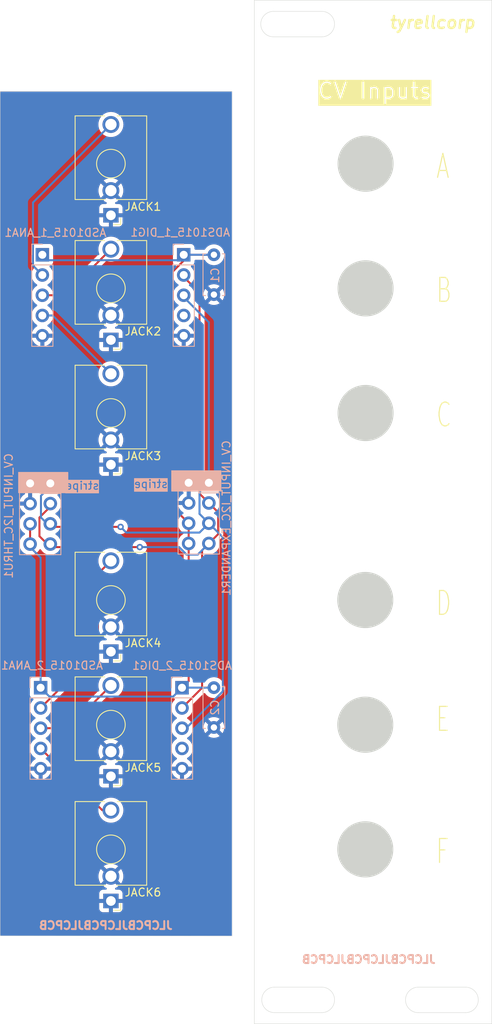
<source format=kicad_pcb>
(kicad_pcb (version 20221018) (generator pcbnew)
  (layers (0 "F.Cu" signal) (31 "B.Cu" signal) (34 "B.Paste" user) (35 "F.Paste" user) (36 "B.SilkS" user "B.Silkscreen") (37 "F.SilkS" user "F.Silkscreen") (38 "B.Mask" user) (39 "F.Mask" user) (44 "Edge.Cuts" user))
  (net 0 "")
  (net 1 "+5V")
  (net 2 "i2c SDA")
  (net 3 "i2c SCL")
  (net 4 "ADS 1 Interrupt")
  (net 5 "A3 input Frontboard")
  (net 6 "A4 input Frontboard")
  (net 7 "A5 input Frontboard")
  (net 8 "CV GND")
  (net 9 "A0 input Frontboard")
  (net 10 "A1 input Frontboard")
  (net 11 "A2 input Frontboard")
  (net 12 "ADS 2 Interrupt")
  (footprint "Connector_Audio:Jack_3.5mm_QingPu_WQP-PJ398SM_Vertical_CircularHoles" (layer "F.Cu") (at 129.3876 143.8926 180)
    (fp_text reference "JACK6" (at -4.03 1.08) (layer "F.SilkS"))
    (fp_text value "AudioJack2_SwitchT")
    (fp_line (start -4.5 1.98) (end -4.5 12.48) (stroke (width 0.12)) (layer "F.SilkS"))
    (fp_line (start -1.23 -1.17) (end -1.23 -0.37) (stroke (width 0.12)) (layer "F.SilkS"))
    (fp_line (start -1.23 -1.17) (end -0.37 -1.17) (stroke (width 0.12)) (layer "F.SilkS"))
    (fp_line (start -0.8 12.48) (end -4.5 12.48) (stroke (width 0.12)) (layer "F.SilkS"))
    (fp_line (start -0.72 1.98) (end -4.5 1.98) (stroke (width 0.12)) (layer "F.SilkS"))
    (fp_line (start 4.5 1.98) (end 0.72 1.98) (stroke (width 0.12)) (layer "F.SilkS"))
    (fp_line (start 4.5 1.98) (end 4.5 12.48) (stroke (width 0.12)) (layer "F.SilkS"))
    (fp_line (start 4.5 12.48) (end 0.8 12.48) (stroke (width 0.12)) (layer "F.SilkS"))
    (fp_circle (center 0 6.48) (end 1.8 6.48) (stroke (width 0.12)) (fill none) (layer "F.SilkS"))
    (pad "S" thru_hole rect (at 0 0) (size 1.93 1.83) (drill 1.22) (layers "*.Cu" "*.Mask") (net 8 "CV GND"))
    (pad "T" thru_hole circle (at 0 11.4) (size 2.13 2.13) (drill 1.43) (layers "*.Cu" "*.Mask") (net 7 "A5 input Frontboard"))
    (pad "TN" thru_hole circle (at 0 3.1) (size 2.13 2.13) (drill 1.42) (layers "*.Cu" "*.Mask") (net 8 "CV GND"))
    (zone (net 0) (net_name "") (layer "F.Cu") (connect_pads (clearance 0)) (min_thickness 0.254)
      (keepout (tracks not_allowed) (vias not_allowed) (pads not_allowed) (copperpour not_allowed) (footprints not_allowed))
      (fill (thermal_gap 0.508) (thermal_bridge_width 0.508))
      (polygon (pts (xy 127.882459 137.4126) (xy 127.90267 137.658429) (xy 127.962759 137.897655) (xy 128.061114 138.123856) (xy 128.195092 138.330955) (xy 128.361096 138.51339) (xy 128.554668 138.666264) (xy 128.770608 138.785469) (xy 129.003118 138.867806) (xy 129.245954 138.911061) (xy 129.492593 138.914075) (xy 129.736413 138.876765) (xy 129.970866 138.800134) (xy 130.189654 138.68624) (xy 130.386903 138.538142) (xy 130.557314 138.359816) (xy 130.696312 138.156052) (xy 130.800164 137.932322) (xy 130.866081 137.694635) (xy 130.892292 137.449374) (xy 130.878093 137.203125) (xy 130.823866 136.962501) (xy 130.731068 136.733966) (xy 130.602189 136.523655) (xy 130.440692 136.337218) (xy 130.250913 136.179661) (xy 130.03795 136.055215) (xy 129.807521 135.967223) (xy 129.565815 135.918047) (xy 129.319322 135.909008) (xy 129.074664 135.94035) (xy 128.838409 136.01123) (xy 128.616903 136.119744) (xy 128.416095 136.262979) (xy 128.241377 136.437088) (xy 128.097442 136.637395) (xy 127.988155 136.858521) (xy 127.916451 137.094526) (xy 127.884256 137.339074)))
    )
  )
  (footprint "Connector_Audio:Jack_3.5mm_QingPu_WQP-PJ398SM_Vertical_CircularHoles" (layer "F.Cu") (at 129.3876 73.463019 180)
    (fp_text reference "JACK2" (at -4.03 1.08) (layer "F.SilkS"))
    (fp_text value "AudioJack2_SwitchT")
    (fp_line (start -4.5 1.98) (end -4.5 12.48) (stroke (width 0.12)) (layer "F.SilkS"))
    (fp_line (start -1.23 -1.17) (end -1.23 -0.37) (stroke (width 0.12)) (layer "F.SilkS"))
    (fp_line (start -1.23 -1.17) (end -0.37 -1.17) (stroke (width 0.12)) (layer "F.SilkS"))
    (fp_line (start -0.8 12.48) (end -4.5 12.48) (stroke (width 0.12)) (layer "F.SilkS"))
    (fp_line (start -0.72 1.98) (end -4.5 1.98) (stroke (width 0.12)) (layer "F.SilkS"))
    (fp_line (start 4.5 1.98) (end 0.72 1.98) (stroke (width 0.12)) (layer "F.SilkS"))
    (fp_line (start 4.5 1.98) (end 4.5 12.48) (stroke (width 0.12)) (layer "F.SilkS"))
    (fp_line (start 4.5 12.48) (end 0.8 12.48) (stroke (width 0.12)) (layer "F.SilkS"))
    (fp_circle (center 0 6.48) (end 1.8 6.48) (stroke (width 0.12)) (fill none) (layer "F.SilkS"))
    (pad "S" thru_hole rect (at 0 0) (size 1.93 1.83) (drill 1.22) (layers "*.Cu" "*.Mask") (net 8 "CV GND"))
    (pad "T" thru_hole circle (at 0 11.4) (size 2.13 2.13) (drill 1.43) (layers "*.Cu" "*.Mask") (net 10 "A1 input Frontboard"))
    (pad "TN" thru_hole circle (at 0 3.1) (size 2.13 2.13) (drill 1.42) (layers "*.Cu" "*.Mask") (net 8 "CV GND"))
    (zone (net 0) (net_name "") (layer "F.Cu") (connect_pads (clearance 0)) (min_thickness 0.254)
      (keepout (tracks not_allowed) (vias not_allowed) (pads not_allowed) (copperpour not_allowed) (footprints not_allowed))
      (fill (thermal_gap 0.508) (thermal_bridge_width 0.508))
      (polygon (pts (xy 127.882459 66.983019) (xy 127.90267 67.228848) (xy 127.962759 67.468074) (xy 128.061114 67.694275) (xy 128.195092 67.901374) (xy 128.361096 68.083809) (xy 128.554668 68.236683) (xy 128.770608 68.355888) (xy 129.003118 68.438225) (xy 129.245954 68.48148) (xy 129.492593 68.484494) (xy 129.736413 68.447184) (xy 129.970866 68.370553) (xy 130.189654 68.256659) (xy 130.386903 68.108561) (xy 130.557314 67.930235) (xy 130.696312 67.726471) (xy 130.800164 67.502741) (xy 130.866081 67.265054) (xy 130.892292 67.019793) (xy 130.878093 66.773544) (xy 130.823866 66.53292) (xy 130.731068 66.304385) (xy 130.602189 66.094074) (xy 130.440692 65.907637) (xy 130.250913 65.75008) (xy 130.03795 65.625634) (xy 129.807521 65.537642) (xy 129.565815 65.488466) (xy 129.319322 65.479427) (xy 129.074664 65.510769) (xy 128.838409 65.581649) (xy 128.616903 65.690163) (xy 128.416095 65.833398) (xy 128.241377 66.007507) (xy 128.097442 66.207814) (xy 127.988155 66.42894) (xy 127.916451 66.664945) (xy 127.884256 66.909493)))
    )
  )
  (footprint "Connector_Audio:Jack_3.5mm_QingPu_WQP-PJ398SM_Vertical_CircularHoles" (layer "F.Cu") (at 129.3876 128.241582 180)
    (fp_text reference "JACK5" (at -4.03 1.08) (layer "F.SilkS"))
    (fp_text value "AudioJack2_SwitchT")
    (fp_line (start -4.5 1.98) (end -4.5 12.48) (stroke (width 0.12)) (layer "F.SilkS"))
    (fp_line (start -1.23 -1.17) (end -1.23 -0.37) (stroke (width 0.12)) (layer "F.SilkS"))
    (fp_line (start -1.23 -1.17) (end -0.37 -1.17) (stroke (width 0.12)) (layer "F.SilkS"))
    (fp_line (start -0.8 12.48) (end -4.5 12.48) (stroke (width 0.12)) (layer "F.SilkS"))
    (fp_line (start -0.72 1.98) (end -4.5 1.98) (stroke (width 0.12)) (layer "F.SilkS"))
    (fp_line (start 4.5 1.98) (end 0.72 1.98) (stroke (width 0.12)) (layer "F.SilkS"))
    (fp_line (start 4.5 1.98) (end 4.5 12.48) (stroke (width 0.12)) (layer "F.SilkS"))
    (fp_line (start 4.5 12.48) (end 0.8 12.48) (stroke (width 0.12)) (layer "F.SilkS"))
    (fp_circle (center 0 6.48) (end 1.8 6.48) (stroke (width 0.12)) (fill none) (layer "F.SilkS"))
    (pad "S" thru_hole rect (at 0 0) (size 1.93 1.83) (drill 1.22) (layers "*.Cu" "*.Mask") (net 8 "CV GND"))
    (pad "T" thru_hole circle (at 0 11.4) (size 2.13 2.13) (drill 1.43) (layers "*.Cu" "*.Mask") (net 6 "A4 input Frontboard"))
    (pad "TN" thru_hole circle (at 0 3.1) (size 2.13 2.13) (drill 1.42) (layers "*.Cu" "*.Mask") (net 8 "CV GND"))
    (zone (net 0) (net_name "") (layer "F.Cu") (connect_pads (clearance 0)) (min_thickness 0.254)
      (keepout (tracks not_allowed) (vias not_allowed) (pads not_allowed) (copperpour not_allowed) (footprints not_allowed))
      (fill (thermal_gap 0.508) (thermal_bridge_width 0.508))
      (polygon (pts (xy 127.882459 121.761582) (xy 127.90267 122.007411) (xy 127.962759 122.246637) (xy 128.061114 122.472838) (xy 128.195092 122.679937) (xy 128.361096 122.862372) (xy 128.554668 123.015246) (xy 128.770608 123.134451) (xy 129.003118 123.216788) (xy 129.245954 123.260043) (xy 129.492593 123.263057) (xy 129.736413 123.225747) (xy 129.970866 123.149116) (xy 130.189654 123.035222) (xy 130.386903 122.887124) (xy 130.557314 122.708798) (xy 130.696312 122.505034) (xy 130.800164 122.281304) (xy 130.866081 122.043617) (xy 130.892292 121.798356) (xy 130.878093 121.552107) (xy 130.823866 121.311483) (xy 130.731068 121.082948) (xy 130.602189 120.872637) (xy 130.440692 120.6862) (xy 130.250913 120.528643) (xy 130.03795 120.404197) (xy 129.807521 120.316205) (xy 129.565815 120.267029) (xy 129.319322 120.25799) (xy 129.074664 120.289332) (xy 128.838409 120.360212) (xy 128.616903 120.468726) (xy 128.416095 120.611961) (xy 128.241377 120.78607) (xy 128.097442 120.986377) (xy 127.988155 121.207503) (xy 127.916451 121.443508) (xy 127.884256 121.688056)))
    )
  )
  (footprint "Connector_Audio:Jack_3.5mm_QingPu_WQP-PJ398SM_Vertical_CircularHoles" (layer "F.Cu") (at 129.3876 89.114037 180)
    (fp_text reference "JACK3" (at -4.03 1.08) (layer "F.SilkS"))
    (fp_text value "AudioJack2_SwitchT")
    (fp_line (start -4.5 1.98) (end -4.5 12.48) (stroke (width 0.12)) (layer "F.SilkS"))
    (fp_line (start -1.23 -1.17) (end -1.23 -0.37) (stroke (width 0.12)) (layer "F.SilkS"))
    (fp_line (start -1.23 -1.17) (end -0.37 -1.17) (stroke (width 0.12)) (layer "F.SilkS"))
    (fp_line (start -0.8 12.48) (end -4.5 12.48) (stroke (width 0.12)) (layer "F.SilkS"))
    (fp_line (start -0.72 1.98) (end -4.5 1.98) (stroke (width 0.12)) (layer "F.SilkS"))
    (fp_line (start 4.5 1.98) (end 0.72 1.98) (stroke (width 0.12)) (layer "F.SilkS"))
    (fp_line (start 4.5 1.98) (end 4.5 12.48) (stroke (width 0.12)) (layer "F.SilkS"))
    (fp_line (start 4.5 12.48) (end 0.8 12.48) (stroke (width 0.12)) (layer "F.SilkS"))
    (fp_circle (center 0 6.48) (end 1.8 6.48) (stroke (width 0.12)) (fill none) (layer "F.SilkS"))
    (pad "S" thru_hole rect (at 0 0) (size 1.93 1.83) (drill 1.22) (layers "*.Cu" "*.Mask") (net 8 "CV GND"))
    (pad "T" thru_hole circle (at 0 11.4) (size 2.13 2.13) (drill 1.43) (layers "*.Cu" "*.Mask") (net 11 "A2 input Frontboard"))
    (pad "TN" thru_hole circle (at 0 3.1) (size 2.13 2.13) (drill 1.42) (layers "*.Cu" "*.Mask") (net 8 "CV GND"))
    (zone (net 0) (net_name "") (layer "F.Cu") (connect_pads (clearance 0)) (min_thickness 0.254)
      (keepout (tracks not_allowed) (vias not_allowed) (pads not_allowed) (copperpour not_allowed) (footprints not_allowed))
      (fill (thermal_gap 0.508) (thermal_bridge_width 0.508))
      (polygon (pts (xy 127.882459 82.634037) (xy 127.90267 82.879866) (xy 127.962759 83.119092) (xy 128.061114 83.345293) (xy 128.195092 83.552392) (xy 128.361096 83.734827) (xy 128.554668 83.887701) (xy 128.770608 84.006906) (xy 129.003118 84.089243) (xy 129.245954 84.132498) (xy 129.492593 84.135512) (xy 129.736413 84.098202) (xy 129.970866 84.021571) (xy 130.189654 83.907677) (xy 130.386903 83.759579) (xy 130.557314 83.581253) (xy 130.696312 83.377489) (xy 130.800164 83.153759) (xy 130.866081 82.916072) (xy 130.892292 82.670811) (xy 130.878093 82.424562) (xy 130.823866 82.183938) (xy 130.731068 81.955403) (xy 130.602189 81.745092) (xy 130.440692 81.558655) (xy 130.250913 81.401098) (xy 130.03795 81.276652) (xy 129.807521 81.18866) (xy 129.565815 81.139484) (xy 129.319322 81.130445) (xy 129.074664 81.161787) (xy 128.838409 81.232667) (xy 128.616903 81.341181) (xy 128.416095 81.484416) (xy 128.241377 81.658525) (xy 128.097442 81.858832) (xy 127.988155 82.079958) (xy 127.916451 82.315963) (xy 127.884256 82.560511)))
    )
  )
  (footprint "Connector_Audio:Jack_3.5mm_QingPu_WQP-PJ398SM_Vertical_CircularHoles" (layer "F.Cu") (at 129.3876 57.812001 180)
    (fp_text reference "JACK1" (at -4.03 1.08) (layer "F.SilkS"))
    (fp_text value "AudioJack2_SwitchT")
    (fp_line (start -4.5 1.98) (end -4.5 12.48) (stroke (width 0.12)) (layer "F.SilkS"))
    (fp_line (start -1.23 -1.17) (end -1.23 -0.37) (stroke (width 0.12)) (layer "F.SilkS"))
    (fp_line (start -1.23 -1.17) (end -0.37 -1.17) (stroke (width 0.12)) (layer "F.SilkS"))
    (fp_line (start -0.8 12.48) (end -4.5 12.48) (stroke (width 0.12)) (layer "F.SilkS"))
    (fp_line (start -0.72 1.98) (end -4.5 1.98) (stroke (width 0.12)) (layer "F.SilkS"))
    (fp_line (start 4.5 1.98) (end 0.72 1.98) (stroke (width 0.12)) (layer "F.SilkS"))
    (fp_line (start 4.5 1.98) (end 4.5 12.48) (stroke (width 0.12)) (layer "F.SilkS"))
    (fp_line (start 4.5 12.48) (end 0.8 12.48) (stroke (width 0.12)) (layer "F.SilkS"))
    (fp_circle (center 0 6.48) (end 1.8 6.48) (stroke (width 0.12)) (fill none) (layer "F.SilkS"))
    (pad "S" thru_hole rect (at 0 0) (size 1.93 1.83) (drill 1.22) (layers "*.Cu" "*.Mask") (net 8 "CV GND"))
    (pad "T" thru_hole circle (at 0 11.4) (size 2.13 2.13) (drill 1.43) (layers "*.Cu" "*.Mask") (net 9 "A0 input Frontboard"))
    (pad "TN" thru_hole circle (at 0 3.1) (size 2.13 2.13) (drill 1.42) (layers "*.Cu" "*.Mask") (net 8 "CV GND"))
    (zone (net 0) (net_name "") (layer "F.Cu") (connect_pads (clearance 0)) (min_thickness 0.254)
      (keepout (tracks not_allowed) (vias not_allowed) (pads not_allowed) (copperpour not_allowed) (footprints not_allowed))
      (fill (thermal_gap 0.508) (thermal_bridge_width 0.508))
      (polygon (pts (xy 127.882459 51.332001) (xy 127.90267 51.57783) (xy 127.962759 51.817056) (xy 128.061114 52.043257) (xy 128.195092 52.250356) (xy 128.361096 52.432791) (xy 128.554668 52.585665) (xy 128.770608 52.70487) (xy 129.003118 52.787207) (xy 129.245954 52.830462) (xy 129.492593 52.833476) (xy 129.736413 52.796166) (xy 129.970866 52.719535) (xy 130.189654 52.605641) (xy 130.386903 52.457543) (xy 130.557314 52.279217) (xy 130.696312 52.075453) (xy 130.800164 51.851723) (xy 130.866081 51.614036) (xy 130.892292 51.368775) (xy 130.878093 51.122526) (xy 130.823866 50.881902) (xy 130.731068 50.653367) (xy 130.602189 50.443056) (xy 130.440692 50.256619) (xy 130.250913 50.099062) (xy 130.03795 49.974616) (xy 129.807521 49.886624) (xy 129.565815 49.837448) (xy 129.319322 49.828409) (xy 129.074664 49.859751) (xy 128.838409 49.930631) (xy 128.616903 50.039145) (xy 128.416095 50.18238) (xy 128.241377 50.356489) (xy 128.097442 50.556796) (xy 127.988155 50.777922) (xy 127.916451 51.013927) (xy 127.884256 51.258475)))
    )
  )
  (footprint "Connector_Audio:Jack_3.5mm_QingPu_WQP-PJ398SM_Vertical_CircularHoles" (layer "F.Cu") (at 129.3876 112.590564 180)
    (fp_text reference "JACK4" (at -4.03 1.08) (layer "F.SilkS"))
    (fp_text value "AudioJack2_SwitchT")
    (fp_line (start -4.5 1.98) (end -4.5 12.48) (stroke (width 0.12)) (layer "F.SilkS"))
    (fp_line (start -1.23 -1.17) (end -1.23 -0.37) (stroke (width 0.12)) (layer "F.SilkS"))
    (fp_line (start -1.23 -1.17) (end -0.37 -1.17) (stroke (width 0.12)) (layer "F.SilkS"))
    (fp_line (start -0.8 12.48) (end -4.5 12.48) (stroke (width 0.12)) (layer "F.SilkS"))
    (fp_line (start -0.72 1.98) (end -4.5 1.98) (stroke (width 0.12)) (layer "F.SilkS"))
    (fp_line (start 4.5 1.98) (end 0.72 1.98) (stroke (width 0.12)) (layer "F.SilkS"))
    (fp_line (start 4.5 1.98) (end 4.5 12.48) (stroke (width 0.12)) (layer "F.SilkS"))
    (fp_line (start 4.5 12.48) (end 0.8 12.48) (stroke (width 0.12)) (layer "F.SilkS"))
    (fp_circle (center 0 6.48) (end 1.8 6.48) (stroke (width 0.12)) (fill none) (layer "F.SilkS"))
    (pad "S" thru_hole rect (at 0 0) (size 1.93 1.83) (drill 1.22) (layers "*.Cu" "*.Mask") (net 8 "CV GND"))
    (pad "T" thru_hole circle (at 0 11.4) (size 2.13 2.13) (drill 1.43) (layers "*.Cu" "*.Mask") (net 5 "A3 input Frontboard"))
    (pad "TN" thru_hole circle (at 0 3.1) (size 2.13 2.13) (drill 1.42) (layers "*.Cu" "*.Mask") (net 8 "CV GND"))
    (zone (net 0) (net_name "") (layer "F.Cu") (connect_pads (clearance 0)) (min_thickness 0.254)
      (keepout (tracks not_allowed) (vias not_allowed) (pads not_allowed) (copperpour not_allowed) (footprints not_allowed))
      (fill (thermal_gap 0.508) (thermal_bridge_width 0.508))
      (polygon (pts (xy 127.882459 106.110564) (xy 127.90267 106.356393) (xy 127.962759 106.595619) (xy 128.061114 106.82182) (xy 128.195092 107.028919) (xy 128.361096 107.211354) (xy 128.554668 107.364228) (xy 128.770608 107.483433) (xy 129.003118 107.56577) (xy 129.245954 107.609025) (xy 129.492593 107.612039) (xy 129.736413 107.574729) (xy 129.970866 107.498098) (xy 130.189654 107.384204) (xy 130.386903 107.236106) (xy 130.557314 107.05778) (xy 130.696312 106.854016) (xy 130.800164 106.630286) (xy 130.866081 106.392599) (xy 130.892292 106.147338) (xy 130.878093 105.901089) (xy 130.823866 105.660465) (xy 130.731068 105.43193) (xy 130.602189 105.221619) (xy 130.440692 105.035182) (xy 130.250913 104.877625) (xy 130.03795 104.753179) (xy 129.807521 104.665187) (xy 129.565815 104.616011) (xy 129.319322 104.606972) (xy 129.074664 104.638314) (xy 128.838409 104.709194) (xy 128.616903 104.817708) (xy 128.416095 104.960943) (xy 128.241377 105.135052) (xy 128.097442 105.335359) (xy 127.988155 105.556485) (xy 127.916451 105.79249) (xy 127.884256 106.037038)))
    )
  )
  (footprint "Connector_PinSocket_2.54mm:PinSocket_1x05_P2.54mm_Vertical" (layer "B.Cu") (at 120.767058 62.7696 180)
    (fp_text reference "ASD1015_1_ANA1" (at -1.635542 2.7732) (layer "B.SilkS") (effects (justify mirror)))
    (fp_text value "ADS1015 analog side")
    (fp_line (start -1.33 -11.49) (end 1.33 -11.49) (stroke (width 0.12)) (layer "B.SilkS"))
    (fp_line (start -1.33 -1.27) (end -1.33 -11.49) (stroke (width 0.12)) (layer "B.SilkS"))
    (fp_line (start -1.33 -1.27) (end 1.33 -1.27) (stroke (width 0.12)) (layer "B.SilkS"))
    (fp_line (start 0 1.33) (end 1.33 1.33) (stroke (width 0.12)) (layer "B.SilkS"))
    (fp_line (start 1.33 -1.27) (end 1.33 -11.49) (stroke (width 0.12)) (layer "B.SilkS"))
    (fp_line (start 1.33 1.33) (end 1.33 0) (stroke (width 0.12)) (layer "B.SilkS"))
    (pad "1" thru_hole rect (at 0 0 180) (size 1.7 1.7) (drill 1) (layers "*.Cu" "*.Mask") (net 1 "+5V"))
    (pad "2" thru_hole oval (at 0 -2.54 180) (size 1.7 1.7) (drill 1) (layers "*.Cu" "*.Mask") (net 9 "A0 input Frontboard"))
    (pad "3" thru_hole oval (at 0 -5.08 180) (size 1.7 1.7) (drill 1) (layers "*.Cu" "*.Mask") (net 10 "A1 input Frontboard"))
    (pad "4" thru_hole oval (at 0 -7.62 180) (size 1.7 1.7) (drill 1) (layers "*.Cu" "*.Mask") (net 11 "A2 input Frontboard"))
    (pad "5" thru_hole oval (at 0 -10.16 180) (size 1.7 1.7) (drill 1) (layers "*.Cu" "*.Mask") (net 8 "CV GND"))
  )
  (footprint "Connector_PinSocket_2.54mm:PinSocket_1x05_P2.54mm_Vertical" (layer "B.Cu") (at 138.547058 62.7696 180)
    (fp_text reference "ADS1015_1_DIG1" (at 0.447258 2.8002) (layer "B.SilkS") (effects (justify mirror)))
    (fp_text value "ADS1015 digital side")
    (fp_line (start -1.33 -11.49) (end 1.33 -11.49) (stroke (width 0.12)) (layer "B.SilkS"))
    (fp_line (start -1.33 -1.27) (end -1.33 -11.49) (stroke (width 0.12)) (layer "B.SilkS"))
    (fp_line (start -1.33 -1.27) (end 1.33 -1.27) (stroke (width 0.12)) (layer "B.SilkS"))
    (fp_line (start 0 1.33) (end 1.33 1.33) (stroke (width 0.12)) (layer "B.SilkS"))
    (fp_line (start 1.33 -1.27) (end 1.33 -11.49) (stroke (width 0.12)) (layer "B.SilkS"))
    (fp_line (start 1.33 1.33) (end 1.33 0) (stroke (width 0.12)) (layer "B.SilkS"))
    (pad "1" thru_hole rect (at 0 0 180) (size 1.7 1.7) (drill 1) (layers "*.Cu" "*.Mask") (net 1 "+5V"))
    (pad "2" thru_hole oval (at 0 -2.54 180) (size 1.7 1.7) (drill 1) (layers "*.Cu" "*.Mask") (net 2 "i2c SDA"))
    (pad "3" thru_hole oval (at 0 -5.08 180) (size 1.7 1.7) (drill 1) (layers "*.Cu" "*.Mask") (net 3 "i2c SCL"))
    (pad "4" thru_hole oval (at 0 -7.62 180) (size 1.7 1.7) (drill 1) (layers "*.Cu" "*.Mask") (net 4 "ADS 1 Interrupt"))
    (pad "5" thru_hole oval (at 0 -10.16 180) (size 1.7 1.7) (drill 1) (layers "*.Cu" "*.Mask") (net 8 "CV GND"))
  )
  (footprint "Connector_PinHeader_2.54mm:PinHeader_2x04_P2.54mm_Vertical" (layer "B.Cu") (at 121.7676 91.4654 180)
    (fp_text reference "CV_INPUT_I2C_THRU1" (at 5.2324 -4.0894 90) (layer "B.SilkS") (effects (justify mirror)))
    (fp_text value "8 pin header")
    (fp_line (start -1.33 -8.95) (end 3.87 -8.95) (stroke (width 0.12)) (layer "B.SilkS"))
    (fp_line (start -1.33 -1.27) (end -1.33 -8.95) (stroke (width 0.12)) (layer "B.SilkS"))
    (fp_line (start -1.33 -1.27) (end 1.27 -1.27) (stroke (width 0.12)) (layer "B.SilkS"))
    (fp_line (start -1.33 0) (end -1.33 1.33) (stroke (width 0.12)) (layer "B.SilkS"))
    (fp_line (start -1.33 1.33) (end 0 1.33) (stroke (width 0.12)) (layer "B.SilkS"))
    (fp_line (start 1.27 -1.27) (end 1.27 1.33) (stroke (width 0.12)) (layer "B.SilkS"))
    (fp_line (start 1.27 1.33) (end 3.87 1.33) (stroke (width 0.12)) (layer "B.SilkS"))
    (fp_line (start 3.87 1.33) (end 3.87 -8.95) (stroke (width 0.12)) (layer "B.SilkS"))
    (pad "1" thru_hole rect (at 0 0 180) (size 1.7 1.7) (drill 1) (layers "*.Cu" "*.Mask") (net 3 "i2c SCL"))
    (pad "2" thru_hole oval (at 2.54 0 180) (size 1.7 1.7) (drill 1) (layers "*.Cu" "*.Mask") (net 8 "CV GND"))
    (pad "3" thru_hole oval (at 0 -2.54 180) (size 1.7 1.7) (drill 1) (layers "*.Cu" "*.Mask") (net 2 "i2c SDA"))
    (pad "4" thru_hole oval (at 2.54 -2.54 180) (size 1.7 1.7) (drill 1) (layers "*.Cu" "*.Mask") (net 8 "CV GND"))
    (pad "5" thru_hole oval (at 0 -5.08 180) (size 1.7 1.7) (drill 1) (layers "*.Cu" "*.Mask") (net 3 "i2c SCL"))
    (pad "6" thru_hole oval (at 2.54 -5.08 180) (size 1.7 1.7) (drill 1) (layers "*.Cu" "*.Mask") (net 1 "+5V"))
    (pad "7" thru_hole oval (at 0 -7.62 180) (size 1.7 1.7) (drill 1) (layers "*.Cu" "*.Mask") (net 2 "i2c SDA"))
    (pad "8" thru_hole oval (at 2.54 -7.62 180) (size 1.7 1.7) (drill 1) (layers "*.Cu" "*.Mask") (net 1 "+5V"))
  )
  (footprint "Capacitor_THT:C_Disc_D5.0mm_W2.5mm_P5.00mm" (layer "B.Cu") (at 142.3416 122.1086 90)
    (fp_text reference "C2" (at 2.5 0.127 90) (layer "B.SilkS") (effects (justify mirror)))
    (fp_text value "100n")
    (fp_line (start -0.12 -1.37) (end 5.12 -1.37) (stroke (width 0.12)) (layer "B.SilkS"))
    (fp_line (start -0.12 -1.055) (end -0.12 -1.37) (stroke (width 0.12)) (layer "B.SilkS"))
    (fp_line (start -0.12 1.37) (end -0.12 1.055) (stroke (width 0.12)) (layer "B.SilkS"))
    (fp_line (start -0.12 1.37) (end 5.12 1.37) (stroke (width 0.12)) (layer "B.SilkS"))
    (fp_line (start 5.12 -1.055) (end 5.12 -1.37) (stroke (width 0.12)) (layer "B.SilkS"))
    (fp_line (start 5.12 1.37) (end 5.12 1.055) (stroke (width 0.12)) (layer "B.SilkS"))
    (pad "1" thru_hole circle (at 0 0 90) (size 1.6 1.6) (drill 0.8) (layers "*.Cu" "*.Mask") (net 8 "CV GND"))
    (pad "2" thru_hole circle (at 5 0 90) (size 1.6 1.6) (drill 0.8) (layers "*.Cu" "*.Mask") (net 1 "+5V"))
  )
  (footprint "Capacitor_THT:C_Disc_D5.0mm_W2.5mm_P5.00mm" (layer "B.Cu") (at 142.3416 67.7672 90)
    (fp_text reference "C1" (at 2.413 0.1524 90) (layer "B.SilkS") (effects (justify mirror)))
    (fp_text value "100n")
    (fp_line (start -0.12 -1.37) (end 5.12 -1.37) (stroke (width 0.12)) (layer "B.SilkS"))
    (fp_line (start -0.12 -1.055) (end -0.12 -1.37) (stroke (width 0.12)) (layer "B.SilkS"))
    (fp_line (start -0.12 1.37) (end -0.12 1.055) (stroke (width 0.12)) (layer "B.SilkS"))
    (fp_line (start -0.12 1.37) (end 5.12 1.37) (stroke (width 0.12)) (layer "B.SilkS"))
    (fp_line (start 5.12 -1.055) (end 5.12 -1.37) (stroke (width 0.12)) (layer "B.SilkS"))
    (fp_line (start 5.12 1.37) (end 5.12 1.055) (stroke (width 0.12)) (layer "B.SilkS"))
    (pad "1" thru_hole circle (at 0 0 90) (size 1.6 1.6) (drill 0.8) (layers "*.Cu" "*.Mask") (net 8 "CV GND"))
    (pad "2" thru_hole circle (at 5 0 90) (size 1.6 1.6) (drill 0.8) (layers "*.Cu" "*.Mask") (net 1 "+5V"))
  )
  (footprint "Connector_PinSocket_2.54mm:PinSocket_1x05_P2.54mm_Vertical" (layer "B.Cu") (at 120.5488 117.1224 180)
    (fp_text reference "ASD1015_2_ANA1" (at -1.422 2.797) (layer "B.SilkS") (effects (justify mirror)))
    (fp_text value "ADS1015 analog side")
    (fp_line (start -1.33 -11.49) (end 1.33 -11.49) (stroke (width 0.12)) (layer "B.SilkS"))
    (fp_line (start -1.33 -1.27) (end -1.33 -11.49) (stroke (width 0.12)) (layer "B.SilkS"))
    (fp_line (start -1.33 -1.27) (end 1.33 -1.27) (stroke (width 0.12)) (layer "B.SilkS"))
    (fp_line (start 0 1.33) (end 1.33 1.33) (stroke (width 0.12)) (layer "B.SilkS"))
    (fp_line (start 1.33 -1.27) (end 1.33 -11.49) (stroke (width 0.12)) (layer "B.SilkS"))
    (fp_line (start 1.33 1.33) (end 1.33 0) (stroke (width 0.12)) (layer "B.SilkS"))
    (pad "1" thru_hole rect (at 0 0 180) (size 1.7 1.7) (drill 1) (layers "*.Cu" "*.Mask") (net 1 "+5V"))
    (pad "2" thru_hole oval (at 0 -2.54 180) (size 1.7 1.7) (drill 1) (layers "*.Cu" "*.Mask") (net 5 "A3 input Frontboard"))
    (pad "3" thru_hole oval (at 0 -5.08 180) (size 1.7 1.7) (drill 1) (layers "*.Cu" "*.Mask") (net 6 "A4 input Frontboard"))
    (pad "4" thru_hole oval (at 0 -7.62 180) (size 1.7 1.7) (drill 1) (layers "*.Cu" "*.Mask") (net 7 "A5 input Frontboard"))
    (pad "5" thru_hole oval (at 0 -10.16 180) (size 1.7 1.7) (drill 1) (layers "*.Cu" "*.Mask") (net 8 "CV GND"))
  )
  (footprint "Connector_PinHeader_2.54mm:PinHeader_2x04_P2.54mm_Vertical" (layer "B.Cu") (at 141.7066 91.3892 180)
    (fp_text reference "CV_INPUT_I2C_EXPANDER1" (at -2.2098 -4.445 90) (layer "B.SilkS") (effects (justify mirror)))
    (fp_text value "8 pin header")
    (fp_line (start -1.33 -8.95) (end 3.87 -8.95) (stroke (width 0.12)) (layer "B.SilkS"))
    (fp_line (start -1.33 -1.27) (end -1.33 -8.95) (stroke (width 0.12)) (layer "B.SilkS"))
    (fp_line (start -1.33 -1.27) (end 1.27 -1.27) (stroke (width 0.12)) (layer "B.SilkS"))
    (fp_line (start -1.33 0) (end -1.33 1.33) (stroke (width 0.12)) (layer "B.SilkS"))
    (fp_line (start -1.33 1.33) (end 0 1.33) (stroke (width 0.12)) (layer "B.SilkS"))
    (fp_line (start 1.27 -1.27) (end 1.27 1.33) (stroke (width 0.12)) (layer "B.SilkS"))
    (fp_line (start 1.27 1.33) (end 3.87 1.33) (stroke (width 0.12)) (layer "B.SilkS"))
    (fp_line (start 3.87 1.33) (end 3.87 -8.95) (stroke (width 0.12)) (layer "B.SilkS"))
    (pad "1" thru_hole rect (at 0 0 180) (size 1.7 1.7) (drill 1) (layers "*.Cu" "*.Mask") (net 3 "i2c SCL"))
    (pad "2" thru_hole oval (at 2.54 0 180) (size 1.7 1.7) (drill 1) (layers "*.Cu" "*.Mask") (net 8 "CV GND"))
    (pad "3" thru_hole oval (at 0 -2.54 180) (size 1.7 1.7) (drill 1) (layers "*.Cu" "*.Mask") (net 2 "i2c SDA"))
    (pad "4" thru_hole oval (at 2.54 -2.54 180) (size 1.7 1.7) (drill 1) (layers "*.Cu" "*.Mask") (net 8 "CV GND"))
    (pad "5" thru_hole oval (at 0 -5.08 180) (size 1.7 1.7) (drill 1) (layers "*.Cu" "*.Mask") (net 3 "i2c SCL"))
    (pad "6" thru_hole oval (at 2.54 -5.08 180) (size 1.7 1.7) (drill 1) (layers "*.Cu" "*.Mask") (net 1 "+5V"))
    (pad "7" thru_hole oval (at 0 -7.62 180) (size 1.7 1.7) (drill 1) (layers "*.Cu" "*.Mask") (net 2 "i2c SDA"))
    (pad "8" thru_hole oval (at 2.54 -7.62 180) (size 1.7 1.7) (drill 1) (layers "*.Cu" "*.Mask") (net 1 "+5V"))
  )
  (footprint "Connector_PinSocket_2.54mm:PinSocket_1x05_P2.54mm_Vertical" (layer "B.Cu") (at 138.3288 117.1224 180)
    (fp_text reference "ADS1015_2_DIG1" (at 0 2.77) (layer "B.SilkS") (effects (justify mirror)))
    (fp_text value "ADS1015 digital side")
    (fp_line (start -1.33 -11.49) (end 1.33 -11.49) (stroke (width 0.12)) (layer "B.SilkS"))
    (fp_line (start -1.33 -1.27) (end -1.33 -11.49) (stroke (width 0.12)) (layer "B.SilkS"))
    (fp_line (start -1.33 -1.27) (end 1.33 -1.27) (stroke (width 0.12)) (layer "B.SilkS"))
    (fp_line (start 0 1.33) (end 1.33 1.33) (stroke (width 0.12)) (layer "B.SilkS"))
    (fp_line (start 1.33 -1.27) (end 1.33 -11.49) (stroke (width 0.12)) (layer "B.SilkS"))
    (fp_line (start 1.33 1.33) (end 1.33 0) (stroke (width 0.12)) (layer "B.SilkS"))
    (pad "1" thru_hole rect (at 0 0 180) (size 1.7 1.7) (drill 1) (layers "*.Cu" "*.Mask") (net 1 "+5V"))
    (pad "2" thru_hole oval (at 0 -2.54 180) (size 1.7 1.7) (drill 1) (layers "*.Cu" "*.Mask") (net 2 "i2c SDA"))
    (pad "3" thru_hole oval (at 0 -5.08 180) (size 1.7 1.7) (drill 1) (layers "*.Cu" "*.Mask") (net 3 "i2c SCL"))
    (pad "4" thru_hole oval (at 0 -7.62 180) (size 1.7 1.7) (drill 1) (layers "*.Cu" "*.Mask") (net 12 "ADS 2 Interrupt"))
    (pad "5" thru_hole oval (at 0 -10.16 180) (size 1.7 1.7) (drill 1) (layers "*.Cu" "*.Mask") (net 8 "CV GND"))
  )
  (gr_rect (start 117.7879 90.0938) (end 123.9693 92.6338) (stroke (width 0.12)) (fill solid) (layer "B.SilkS"))
  (gr_rect (start 137.0411 89.8906) (end 143.2225 92.4306) (stroke (width 0.12)) (fill solid) (layer "B.SilkS"))
  (gr_arc (start 149.9616 157.9088) (mid 148.3616 156.3088) (end 149.9616 154.7088) (stroke (width 0.05)) (layer "Edge.Cuts"))
  (gr_line (start 115.4684 148.2609) (end 115.4684 42.2656) (stroke (width 0.05)) (layer "Edge.Cuts"))
  (gr_arc (start 155.912 32.2088) (mid 157.512 33.8088) (end 155.912 35.4088) (stroke (width 0.05)) (layer "Edge.Cuts"))
  (gr_arc (start 149.8346 35.4088) (mid 148.2346 33.8088) (end 149.8346 32.2088) (stroke (width 0.05)) (layer "Edge.Cuts"))
  (gr_circle (center 161.4158 66.983028) (end 164.9158 66.983028) (stroke (width 0.05)) (fill solid) (layer "Edge.Cuts"))
  (gr_circle (center 161.379 106.1102) (end 164.879 106.1102) (stroke (width 0.05)) (fill solid) (layer "Edge.Cuts"))
  (gr_line (start 147.4258 159.3088) (end 147.4258 30.8088) (stroke (width 0.05)) (layer "Edge.Cuts"))
  (gr_line (start 144.6276 148.2852) (end 115.4684 148.2609) (stroke (width 0.05)) (layer "Edge.Cuts"))
  (gr_arc (start 155.912 154.7088) (mid 157.512 156.3088) (end 155.912 157.9088) (stroke (width 0.05)) (layer "Edge.Cuts"))
  (gr_line (start 149.9616 157.9088) (end 155.912 157.9088) (stroke (width 0.05)) (layer "Edge.Cuts"))
  (gr_line (start 177.292 30.8088) (end 147.4258 30.8088) (stroke (width 0.05)) (layer "Edge.Cuts"))
  (gr_circle (center 161.379 137.412456) (end 164.879 137.412456) (stroke (width 0.05)) (fill solid) (layer "Edge.Cuts"))
  (gr_arc (start 173.9902 154.7116) (mid 175.5902 156.3116) (end 173.9902 157.9116) (stroke (width 0.05)) (layer "Edge.Cuts"))
  (gr_line (start 177.292 159.3088) (end 147.4258 159.3088) (stroke (width 0.05)) (layer "Edge.Cuts"))
  (gr_line (start 168.0398 157.9116) (end 173.9902 157.9116) (stroke (width 0.05)) (layer "Edge.Cuts"))
  (gr_arc (start 168.0398 157.9116) (mid 166.4398 156.3116) (end 168.0398 154.7116) (stroke (width 0.05)) (layer "Edge.Cuts"))
  (gr_circle (center 161.379 121.761828) (end 164.879 121.761828) (stroke (width 0.05)) (fill solid) (layer "Edge.Cuts"))
  (gr_circle (center 161.4158 82.633856) (end 164.9158 82.633856) (stroke (width 0.05)) (fill solid) (layer "Edge.Cuts"))
  (gr_line (start 144.6276 42.2634) (end 115.4684 42.2656) (stroke (width 0.05)) (layer "Edge.Cuts"))
  (gr_line (start 149.8346 35.4088) (end 155.912 35.4088) (stroke (width 0.05)) (layer "Edge.Cuts"))
  (gr_line (start 155.912 32.2088) (end 149.8346 32.2088) (stroke (width 0.05)) (layer "Edge.Cuts"))
  (gr_circle (center 161.4158 51.3322) (end 164.9158 51.3322) (stroke (width 0.05)) (fill solid) (layer "Edge.Cuts"))
  (gr_line (start 144.6276 148.2852) (end 144.6276 42.2634) (stroke (width 0.05)) (layer "Edge.Cuts"))
  (gr_line (start 155.912 154.7088) (end 149.9616 154.7088) (stroke (width 0.05)) (layer "Edge.Cuts"))
  (gr_line (start 173.9902 154.7116) (end 168.0398 154.7116) (stroke (width 0.05)) (layer "Edge.Cuts"))
  (gr_line (start 177.292 159.3088) (end 177.292 30.8088) (stroke (width 0.05)) (layer "Edge.Cuts"))
  (gr_text "stripe" (at 136.6347 92.1258) (layer "B.SilkS" knockout) (effects (font (size 1 1)) (justify left bottom mirror)))
  (gr_text "JLCPCBJLCPCBJLCPCB" (at 170.3324 151.8158) (layer "B.SilkS") (effects (font (size 1 1) (thickness 0.25) bold) (justify left bottom mirror)))
  (gr_text "stripe" (at 127.9906 92.329) (layer "B.SilkS" knockout) (effects (font (size 1 1)) (justify left bottom mirror)))
  (gr_text "JLCPCBJLCPCBJLCPCB" (at 137.2616 147.5486) (layer "B.SilkS") (effects (font (size 1 1) (thickness 0.25) bold) (justify left bottom mirror)))
  (gr_text "D" (at 170.1432 108.280716) (layer "F.SilkS") (effects (font (size 3 2)) (justify left bottom)))
  (gr_text "F" (at 170.1432 139.423316) (layer "F.SilkS") (effects (font (size 3 2)) (justify left bottom)))
  (gr_text "B\n" (at 170.18 68.983) (layer "F.SilkS") (effects (font (size 3 2)) (justify left bottom)))
  (gr_text "CV Inputs" (at 155.2956 43.3578) (layer "F.SilkS" knockout) (effects (font (size 2 2)) (justify left bottom)))
  (gr_text "E" (at 170.1432 122.836516) (layer "F.SilkS") (effects (font (size 3 2)) (justify left bottom)))
  (gr_text "C" (at 170.18 84.6302) (layer "F.SilkS") (effects (font (size 3 2)) (justify left bottom)))
  (gr_text "tyrellcorp" (at 164.2618 34.4932) (layer "F.SilkS") (effects (font (size 1.5 1.5) (thickness 0.3) bold italic) (justify left bottom)))
  (gr_text "A" (at 170.18 53.4162) (layer "F.SilkS") (effects (font (size 3 2)) (justify left bottom)))
  (segment (start 137.1788 94.4814) (end 139.1666 96.4692) (width 0.25) (layer "F.Cu") (net 1))
  (segment (start 137.1788 64.867499) (end 137.1788 94.4814) (width 0.25) (layer "F.Cu") (net 1))
  (segment (start 139.1666 99.0092) (end 139.1666 116.2862) (width 0.25) (layer "F.Cu") (net 1))
  (segment (start 119.2276 96.9264) (end 119.2276 99.4664) (width 0.25) (layer "F.Cu") (net 1))
  (segment (start 139.1666 96.4692) (end 139.1666 99.0092) (width 0.25) (layer "F.Cu") (net 1))
  (segment (start 139.279099 62.7672) (end 137.1788 64.867499) (width 0.25) (layer "F.Cu") (net 1))
  (segment (start 142.3416 62.7672) (end 139.279099 62.7672) (width 0.25) (layer "F.Cu") (net 1))
  (segment (start 139.1666 116.2862) (end 138.3288 117.124) (width 0.25) (layer "F.Cu") (net 1))
  (segment (start 138.3288 117.124) (end 137.221218 118.231582) (width 0.25) (layer "B.Cu") (net 1))
  (segment (start 119.2276 99.4664) (end 120.5488 100.7876) (width 0.25) (layer "B.Cu") (net 1))
  (segment (start 137.221218 118.231582) (end 121.656382 118.231582) (width 0.25) (layer "B.Cu") (net 1))
  (segment (start 142.3416 117.1086) (end 138.3442 117.1086) (width 0.25) (layer "B.Cu") (net 1))
  (segment (start 138.3538 62.8142) (end 137.714981 63.453019) (width 0.25) (layer "B.Cu") (net 1))
  (segment (start 121.656382 118.231582) (end 120.5488 117.124) (width 0.25) (layer "B.Cu") (net 1))
  (segment (start 137.714981 63.453019) (end 121.212619 63.453019) (width 0.25) (layer "B.Cu") (net 1))
  (segment (start 142.3416 62.7672) (end 138.4008 62.7672) (width 0.25) (layer "B.Cu") (net 1))
  (segment (start 120.5488 100.7876) (end 120.5488 117.1224) (width 0.25) (layer "B.Cu") (net 1))
  (segment (start 141.7066 93.9292) (end 142.8816 95.1042) (width 0.25) (layer "F.Cu") (net 2))
  (segment (start 120.4026 98.1014) (end 121.7676 99.4664) (width 0.25) (layer "F.Cu") (net 2))
  (segment (start 120.4026 95.7514) (end 120.4026 98.1014) (width 0.25) (layer "F.Cu") (net 2))
  (segment (start 121.7676 94.3864) (end 120.4026 95.7514) (width 0.25) (layer "F.Cu") (net 2))
  (segment (start 121.7676 99.4664) (end 133.0198 99.4664) (width 0.25) (layer "F.Cu") (net 2))
  (segment (start 141.7066 99.0092) (end 140.8566 99.8592) (width 0.25) (layer "F.Cu") (net 2))
  (segment (start 140.8566 117.1362) (end 138.3288 119.664) (width 0.25) (layer "F.Cu") (net 2))
  (segment (start 140.8566 99.8592) (end 140.8566 117.1362) (width 0.25) (layer "F.Cu") (net 2))
  (segment (start 142.8816 95.1042) (end 142.8816 97.8342) (width 0.25) (layer "F.Cu") (net 2))
  (segment (start 140.5316 92.7542) (end 140.5316 67.532) (width 0.25) (layer "F.Cu") (net 2))
  (segment (start 140.5316 67.532) (end 138.3538 65.3542) (width 0.25) (layer "F.Cu") (net 2))
  (segment (start 142.8816 97.8342) (end 141.7066 99.0092) (width 0.25) (layer "F.Cu") (net 2))
  (segment (start 141.7066 93.9292) (end 140.5316 92.7542) (width 0.25) (layer "F.Cu") (net 2))
  (via (at 133.0198 99.4664) (size 0.8) (drill 0.4) (layers "F.Cu" "B.Cu") (net 2))
  (segment (start 138.901899 100.4062) (end 140.3096 100.4062) (width 0.25) (layer "B.Cu") (net 2))
  (segment (start 138.831049 100.335351) (end 138.901899 100.4062) (width 0.25) (layer "B.Cu") (net 2))
  (segment (start 137.962098 99.4664) (end 133.0198 99.4664) (width 0.25) (layer "B.Cu") (net 2))
  (segment (start 140.3096 100.4062) (end 141.7066 99.0092) (width 0.25) (layer "B.Cu") (net 2))
  (segment (start 137.962098 99.4664) (end 138.831049 100.335351) (width 0.25) (layer "B.Cu") (net 2))
  (segment (start 121.7676 96.9264) (end 130.6068 96.9264) (width 0.25) (layer "F.Cu") (net 3))
  (via (at 130.6068 96.9264) (size 0.8) (drill 0.4) (layers "F.Cu" "B.Cu") (net 3))
  (segment (start 131.3246 97.6442) (end 130.6068 96.9264) (width 0.25) (layer "B.Cu") (net 3))
  (segment (start 141.7066 96.4692) (end 140.5316 95.2942) (width 0.25) (layer "B.Cu") (net 3))
  (segment (start 120.5926 95.7514) (end 121.7676 96.9264) (width 0.25) (layer "B.Cu") (net 3))
  (segment (start 121.7676 91.8464) (end 120.5926 93.0214) (width 0.25) (layer "B.Cu") (net 3))
  (segment (start 141.7066 96.4692) (end 140.5316 97.6442) (width 0.25) (layer "B.Cu") (net 3))
  (segment (start 120.5926 93.0214) (end 120.5926 95.7514) (width 0.25) (layer "B.Cu") (net 3))
  (segment (start 138.3538 67.8942) (end 141.7066 71.247) (width 0.25) (layer "B.Cu") (net 3))
  (segment (start 140.5316 92.5642) (end 141.7066 91.3892) (width 0.25) (layer "B.Cu") (net 3))
  (segment (start 143.4666 117.574591) (end 143.4666 98.2292) (width 0.25) (layer "B.Cu") (net 3))
  (segment (start 141.7066 71.247) (end 141.7066 91.3892) (width 0.25) (layer "B.Cu") (net 3))
  (segment (start 140.5316 97.6442) (end 131.3246 97.6442) (width 0.25) (layer "B.Cu") (net 3))
  (segment (start 143.4666 98.2292) (end 141.7066 96.4692) (width 0.25) (layer "B.Cu") (net 3))
  (segment (start 140.5316 95.2942) (end 140.5316 92.5642) (width 0.25) (layer "B.Cu") (net 3))
  (segment (start 138.837191 122.204) (end 143.4666 117.574591) (width 0.25) (layer "B.Cu") (net 3))
  (segment (start 127.757459 102.820705) (end 127.757459 112.453741) (width 0.25) (layer "F.Cu") (net 5))
  (segment (start 129.3876 101.190564) (end 127.757459 102.820705) (width 0.25) (layer "F.Cu") (net 5))
  (segment (start 127.757459 112.453741) (end 120.5488 119.6624) (width 0.25) (layer "F.Cu") (net 5))
  (segment (start 124.026782 122.2024) (end 129.3876 116.841582) (width 0.25) (layer "F.Cu") (net 6))
  (segment (start 120.5488 122.2024) (end 124.026782 122.2024) (width 0.25) (layer "F.Cu") (net 6))
  (segment (start 128.299 132.4926) (end 129.3876 132.4926) (width 0.25) (layer "F.Cu") (net 7))
  (segment (start 120.5488 124.7424) (end 128.299 132.4926) (width 0.25) (layer "F.Cu") (net 7))
  (segment (start 119.592058 64.1346) (end 119.592058 56.207543) (width 0.25) (layer "B.Cu") (net 9))
  (segment (start 119.592058 56.207543) (end 129.3876 46.412001) (width 0.25) (layer "B.Cu") (net 9))
  (segment (start 120.767058 65.3096) (end 119.592058 64.1346) (width 0.25) (layer "B.Cu") (net 9))
  (segment (start 120.767058 67.8496) (end 123.601019 67.8496) (width 0.25) (layer "F.Cu") (net 10))
  (segment (start 123.601019 67.8496) (end 129.3876 62.063019) (width 0.25) (layer "F.Cu") (net 10))
  (segment (start 122.063163 70.3896) (end 129.3876 77.714037) (width 0.25) (layer "B.Cu") (net 11))
  (segment (start 120.767058 70.3896) (end 122.063163 70.3896) (width 0.25) (layer "B.Cu") (net 11))
  (zone (net 8) (net_name "CV GND") (layer "F.Cu") (connect_pads (clearance 0.508)) (min_thickness 0.25) (fill yes (thermal_gap 0.5) (thermal_bridge_width 0.5))
    (polygon (pts (xy 144.653 42.2656) (xy 144.6276 148.2852) (xy 115.4684 148.2598) (xy 115.4684 42.2656)))
  )
  (zone (net 8) (net_name "CV GND") (layer "B.Cu") (priority 1) (connect_pads (clearance 0.508)) (min_thickness 0.25) (fill yes (thermal_gap 0.5) (thermal_bridge_width 0.5))
    (polygon (pts (xy 115.4684 42.291) (xy 144.653 42.2656) (xy 144.6276 148.2852) (xy 115.4684 148.2598)))
  )
)
</source>
